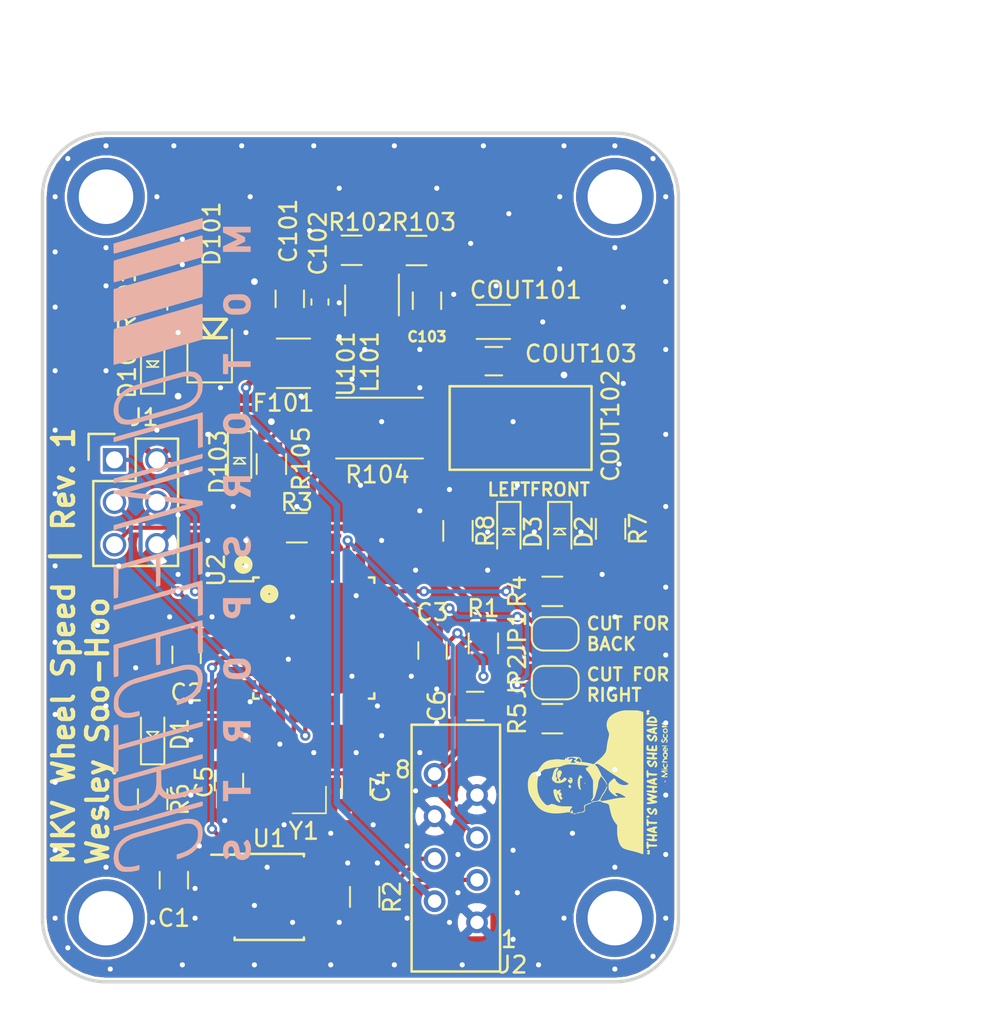
<source format=kicad_pcb>
(kicad_pcb (version 20171130) (host pcbnew 5.1.4)
  (layers (0 F.Cu signal) (31 B.Cu signal) (34 B.Paste user) (35 F.Paste user) (36 B.SilkS user) (37 F.SilkS user) (38 B.Mask user) (39 F.Mask user) (44 Edge.Cuts user))
  (net 0 "")
  (net 1 GND)
  (net 2 /12V)
  (net 3 VCC)
  (net 4 "Net-(C101-Pad1)")
  (net 5 "Net-(C103-Pad2)")
  (net 6 "Net-(C103-Pad1)")
  (net 7 "Net-(COUT101-Pad1)")
  (net 8 "Net-(D102-Pad2)")
  (net 9 "Net-(D103-Pad2)")
  (net 10 "Net-(R102-Pad1)")
  (net 11 /FRONT_SENSE)
  (net 12 /LEFT_SENSE)
  (net 13 "Net-(C3-Pad1)")
  (net 14 "Net-(C4-Pad1)")
  (net 15 "Net-(C5-Pad1)")
  (net 16 /MISO)
  (net 17 /SCK)
  (net 18 /MOSI)
  (net 19 /RESET)
  (net 20 /SENSE_IN)
  (net 21 /CAN_LO)
  (net 22 /CAN_HI)
  (net 23 /CAN_TX)
  (net 24 /CAN_RX)
  (net 25 "Net-(U1-Pad5)")
  (net 26 "Net-(U2-Pad3)")
  (net 27 "Net-(U2-Pad9)")
  (net 28 "Net-(U2-Pad13)")
  (net 29 "Net-(U2-Pad14)")
  (net 30 "Net-(U2-Pad15)")
  (net 31 "Net-(U2-Pad16)")
  (net 32 "Net-(U2-Pad17)")
  (net 33 "Net-(U2-Pad18)")
  (net 34 "Net-(U2-Pad21)")
  (net 35 "Net-(U2-Pad22)")
  (net 36 "Net-(U2-Pad25)")
  (net 37 "Net-(U2-Pad27)")
  (net 38 "Net-(U2-Pad28)")
  (net 39 "Net-(U2-Pad29)")
  (net 40 "Net-(U2-Pad30)")
  (net 41 "Net-(U2-Pad32)")
  (net 42 /DEBUG)
  (net 43 "Net-(D1-Pad1)")
  (net 44 "Net-(D2-Pad1)")
  (net 45 "Net-(D3-Pad1)")
  (module footprints:Logo_Large (layer B.Cu) (at 109.982 100.838 270)
    (fp_text reference G*** hide)
    (fp_text value LOGO hide)
  )
  (module footprints:Mounting_Hole_4-40 (layer F.Cu) (at 135.89 123.19)
    (fp_text reference REF** hide)
    (fp_text value Mounting_Hole_4-40 hide)
    (pad 1 thru_hole circle (at 0 0) (size 4.6482 4.6482) (drill 3.2639) (layers *.Cu *.Mask))
  )
  (module footprints:Mounting_Hole_4-40 (layer F.Cu) (at 105.41 123.19)
    (fp_text reference REF** hide)
    (fp_text value Mounting_Hole_4-40 hide)
    (pad 1 thru_hole circle (at 0 0) (size 4.6482 4.6482) (drill 3.2639) (layers *.Cu *.Mask))
  )
  (module footprints:Mounting_Hole_4-40 (layer F.Cu) (at 135.89 80.01)
    (fp_text reference REF** hide)
    (fp_text value Mounting_Hole_4-40 hide)
    (pad 1 thru_hole circle (at 0 0) (size 4.6482 4.6482) (drill 3.2639) (layers *.Cu *.Mask))
  )
  (module footprints:Fuse_1812 (layer F.Cu) (at 127.4953 93.853)
    (fp_text reference COUT102 (at 8.1407 -0.127 90) (layer F.SilkS))
    (fp_text value C_33uF hide)
    (pad 1 smd rect (at 0 0) (size 1.78 3.5) (layers F.Cu F.Paste F.Mask) (net 7 "Net-(COUT101-Pad1)"))
    (pad 2 smd rect (at 5.28 0) (size 1.78 3.5) (layers F.Cu F.Paste F.Mask) (net 1 GND))
  )
  (module footprints:C_0805_OEM (layer F.Cu) (at 124.6378 86.233 270)
    (fp_text reference C103 (at 2.159 0.0032) (layer F.SilkS) (effects (font (size 0.6 0.6))))
    (fp_text value C_0.1uF hide)
    (pad 2 smd rect (at 1 0 270) (size 1 1.25) (layers F.Cu F.Paste F.Mask) (net 5 "Net-(C103-Pad2)"))
    (pad 1 smd rect (at -1 0 270) (size 1 1.25) (layers F.Cu F.Paste F.Mask) (net 6 "Net-(C103-Pad1)"))
  )
  (module footprints:Fuse_1210 (layer F.Cu) (at 116.6368 89.9795 180)
    (fp_text reference F101 (at 0.5958 -2.3725 180) (layer F.SilkS))
    (fp_text value F_500mA_16V hide)
    (pad 2 smd rect (at 1.45 0 180) (size 0.9 2.5) (layers F.Cu F.Paste F.Mask) (net 2 /12V))
    (pad 1 smd rect (at -1.45 0 180) (size 0.9 2.5) (layers F.Cu F.Paste F.Mask) (net 4 "Net-(C101-Pad1)"))
  )
  (module footprints:L_100uH (layer F.Cu) (at 124.1427 89.91854)
    (fp_text reference L101 (at -2.9267 -0.01654 270) (layer F.SilkS))
    (fp_text value L_100uH hide)
    (pad 1 smd rect (at -1.6 0) (size 1.2 2) (layers F.Cu F.Paste F.Mask) (net 5 "Net-(C103-Pad2)"))
    (pad 2 smd rect (at 1.6 0) (size 1.2 2) (layers F.Cu F.Paste F.Mask) (net 7 "Net-(COUT101-Pad1)"))
  )
  (module footprints:R_0805_OEM (layer F.Cu) (at 124.01042 83.23072 180)
    (fp_text reference R103 (at -0.44958 1.69672) (layer F.SilkS))
    (fp_text value R_100K hide)
    (pad 1 smd rect (at -0.95 0 180) (size 0.7 1.3) (layers F.Cu F.Paste F.Mask) (net 7 "Net-(COUT101-Pad1)"))
    (pad 2 smd rect (at 0.95 0 180) (size 0.7 1.3) (layers F.Cu F.Paste F.Mask) (net 10 "Net-(R102-Pad1)"))
  )
  (module footprints:R_0805_OEM (layer F.Cu) (at 120.12422 83.21548 180)
    (fp_text reference R102 (at -0.52578 1.68148) (layer F.SilkS))
    (fp_text value R_25K hide)
    (pad 2 smd rect (at 0.95 0 180) (size 0.7 1.3) (layers F.Cu F.Paste F.Mask) (net 1 GND))
    (pad 1 smd rect (at -0.95 0 180) (size 0.7 1.3) (layers F.Cu F.Paste F.Mask) (net 10 "Net-(R102-Pad1)"))
  )
  (module footprints:R_0805_OEM (layer F.Cu) (at 115.316 96.012 270)
    (fp_text reference R105 (at -0.32 -1.778 90) (layer F.SilkS))
    (fp_text value R_200 hide)
    (pad 1 smd rect (at -0.95 0 270) (size 0.7 1.3) (layers F.Cu F.Paste F.Mask) (net 3 VCC))
    (pad 2 smd rect (at 0.95 0 270) (size 0.7 1.3) (layers F.Cu F.Paste F.Mask) (net 9 "Net-(D103-Pad2)"))
  )
  (module footprints:R_2512_OEM (layer F.Cu) (at 121.7942 93.85808 180)
    (fp_text reference R104 (at 0.1282 -2.78892 180) (layer F.SilkS))
    (fp_text value R_0_2512 hide)
    (pad 1 smd rect (at -3.1 0 180) (size 1 3.2) (layers F.Cu F.Paste F.Mask) (net 7 "Net-(COUT101-Pad1)"))
    (pad 2 smd rect (at 3.1 0 180) (size 1 3.2) (layers F.Cu F.Paste F.Mask) (net 3 VCC))
  )
  (module footprints:SOT-23-6_OEM (layer F.Cu) (at 121.3436 86.2178 270)
    (fp_text reference U101 (at 3.8092 1.5526 270) (layer F.SilkS))
    (fp_text value TPS560430YF hide)
    (pad 1 smd rect (at -1.1 -0.95 270) (size 1.06 0.65) (layers F.Cu F.Paste F.Mask) (net 6 "Net-(C103-Pad1)"))
    (pad 2 smd rect (at -1.1 0 270) (size 1.06 0.65) (layers F.Cu F.Paste F.Mask) (net 1 GND))
    (pad 3 smd rect (at -1.1 0.95 270) (size 1.06 0.65) (layers F.Cu F.Paste F.Mask) (net 10 "Net-(R102-Pad1)"))
    (pad 4 smd rect (at 1.1 0.95 270) (size 1.06 0.65) (layers F.Cu F.Paste F.Mask) (net 4 "Net-(C101-Pad1)"))
    (pad 6 smd rect (at 1.1 -0.95 270) (size 1.06 0.65) (layers F.Cu F.Paste F.Mask) (net 5 "Net-(C103-Pad2)"))
    (pad 5 smd rect (at 1.1 0 270) (size 1.06 0.65) (layers F.Cu F.Paste F.Mask) (net 4 "Net-(C101-Pad1)"))
  )
  (module footprints:C_1206_OEM (layer F.Cu) (at 128.6143 87.503)
    (fp_text reference COUT101 (at 1.9417 -1.905) (layer F.SilkS))
    (fp_text value C_22uF hide)
    (pad 1 smd rect (at -1.5 0) (size 1 1.6) (layers F.Cu F.Paste F.Mask) (net 7 "Net-(COUT101-Pad1)"))
    (pad 2 smd rect (at 1.5 0) (size 1 1.6) (layers F.Cu F.Paste F.Mask) (net 1 GND))
  )
  (module footprints:C_0805_OEM (layer F.Cu) (at 128.6383 89.8525)
    (fp_text reference COUT103 (at 5.2197 -0.4445) (layer F.SilkS))
    (fp_text value C_47uF hide)
    (pad 1 smd rect (at -1 0) (size 1 1.25) (layers F.Cu F.Paste F.Mask) (net 7 "Net-(COUT101-Pad1)"))
    (pad 2 smd rect (at 1 0) (size 1 1.25) (layers F.Cu F.Paste F.Mask) (net 1 GND))
  )
  (module footprints:DO-214AA (layer F.Cu) (at 111.6203 87.9475 90)
    (fp_text reference D101 (at 5.7205 0.1207 270) (layer F.SilkS))
    (fp_text value D_Zener_18V hide)
    (pad 2 smd rect (at 2.032 0 270) (size 1.778 2.159) (layers F.Cu F.Paste F.Mask) (net 1 GND))
    (pad 1 smd rect (at -2.032 0 270) (size 1.778 2.159) (layers F.Cu F.Paste F.Mask) (net 2 /12V))
  )
  (module footprints:LED_0805_OEM (layer F.Cu) (at 113.411 95.842 270)
    (fp_text reference D103 (at 0.05 1.27 90) (layer F.SilkS))
    (fp_text value LED_0805 hide)
    (pad 2 smd rect (at 1.1 0 90) (size 1.2 1.2) (layers F.Cu F.Paste F.Mask) (net 9 "Net-(D103-Pad2)"))
    (pad 1 smd rect (at -1.1 0 90) (size 1.2 1.2) (layers F.Cu F.Paste F.Mask) (net 1 GND))
  )
  (module footprints:LED_0805_OEM (layer F.Cu) (at 108.204 90 90)
    (fp_text reference D102 (at -0.17 -1.524 90) (layer F.SilkS))
    (fp_text value LED_0805 hide)
    (pad 2 smd rect (at 1.1 0 270) (size 1.2 1.2) (layers F.Cu F.Paste F.Mask) (net 8 "Net-(D102-Pad2)"))
    (pad 1 smd rect (at -1.1 0 270) (size 1.2 1.2) (layers F.Cu F.Paste F.Mask) (net 1 GND))
  )
  (module footprints:R_0805_OEM (layer F.Cu) (at 108.204 86.172 270)
    (fp_text reference R101 (at 0 1.524 90) (layer F.SilkS))
    (fp_text value R_200 hide)
    (pad 1 smd rect (at -0.95 0 270) (size 0.7 1.3) (layers F.Cu F.Paste F.Mask) (net 4 "Net-(C101-Pad1)"))
    (pad 2 smd rect (at 0.95 0 270) (size 0.7 1.3) (layers F.Cu F.Paste F.Mask) (net 8 "Net-(D102-Pad2)"))
  )
  (module footprints:C_0805_OEM (layer F.Cu) (at 116.41836 86.122 90)
    (fp_text reference C101 (at 4.064 -0.08636 90) (layer F.SilkS))
    (fp_text value C_0.1uF hide)
    (pad 2 smd rect (at 1 0 90) (size 1 1.25) (layers F.Cu F.Paste F.Mask) (net 1 GND))
    (pad 1 smd rect (at -1 0 90) (size 1 1.25) (layers F.Cu F.Paste F.Mask) (net 4 "Net-(C101-Pad1)"))
  )
  (module footprints:C_0603_1608Metric (layer F.Cu) (at 118.2243 86.3125 90)
    (fp_text reference C102 (at 3.5085 -0.1143 90) (layer F.SilkS))
    (fp_text value C_2.2uF)
    (pad 1 smd roundrect (at -0.7875 0 90) (size 0.875 0.95) (layers F.Cu F.Paste F.Mask) (net 4 "Net-(C101-Pad1)"))
    (pad 2 smd roundrect (at 0.7875 0 90) (size 0.875 0.95) (layers F.Cu F.Paste F.Mask) (net 1 GND))
  )
  (module footprints:C_0805_OEM (layer F.Cu) (at 109.474 120.92 90)
    (fp_text reference C1 (at -2.27 0 180) (layer F.SilkS))
    (fp_text value C_0.1uF hide)
    (pad 1 smd rect (at -1 0 90) (size 1 1.25) (layers F.Cu F.Paste F.Mask) (net 3 VCC))
    (pad 2 smd rect (at 1 0 90) (size 1 1.25) (layers F.Cu F.Paste F.Mask) (net 1 GND))
  )
  (module footprints:C_0805_OEM (layer F.Cu) (at 110.236 107.426 270)
    (fp_text reference C2 (at 2.27 0) (layer F.SilkS))
    (fp_text value C_0.1uF hide)
    (pad 2 smd rect (at 1 0 270) (size 1 1.25) (layers F.Cu F.Paste F.Mask) (net 1 GND))
    (pad 1 smd rect (at -1 0 270) (size 1 1.25) (layers F.Cu F.Paste F.Mask) (net 3 VCC))
  )
  (module footprints:C_0805_OEM (layer F.Cu) (at 124.968 107.172 90)
    (fp_text reference C3 (at 2.286 0 180) (layer F.SilkS))
    (fp_text value C_100pF hide)
    (pad 1 smd rect (at -1 0 90) (size 1 1.25) (layers F.Cu F.Paste F.Mask) (net 13 "Net-(C3-Pad1)"))
    (pad 2 smd rect (at 1 0 90) (size 1 1.25) (layers F.Cu F.Paste F.Mask) (net 1 GND))
  )
  (module footprints:C_0805_OEM (layer F.Cu) (at 120.396 115.316 270)
    (fp_text reference C4 (at 0 -1.5 270) (layer F.SilkS))
    (fp_text value C_30pF hide)
    (pad 1 smd rect (at -1 0 270) (size 1 1.25) (layers F.Cu F.Paste F.Mask) (net 14 "Net-(C4-Pad1)"))
    (pad 2 smd rect (at 1 0 270) (size 1 1.25) (layers F.Cu F.Paste F.Mask) (net 1 GND))
  )
  (module footprints:C_0805_OEM (layer F.Cu) (at 112.776 115.046 90)
    (fp_text reference C5 (at 0 -1.5 90) (layer F.SilkS))
    (fp_text value C_30pF hide)
    (pad 2 smd rect (at 1 0 90) (size 1 1.25) (layers F.Cu F.Paste F.Mask) (net 1 GND))
    (pad 1 smd rect (at -1 0 90) (size 1 1.25) (layers F.Cu F.Paste F.Mask) (net 15 "Net-(C5-Pad1)"))
  )
  (module footprints:C_0805_OEM (layer F.Cu) (at 127.524 110.49)
    (fp_text reference C6 (at -2.302 0 90) (layer F.SilkS))
    (fp_text value C_0.1uF hide)
    (pad 2 smd rect (at 1 0) (size 1 1.25) (layers F.Cu F.Paste F.Mask) (net 1 GND))
    (pad 1 smd rect (at -1 0) (size 1 1.25) (layers F.Cu F.Paste F.Mask) (net 3 VCC))
  )
  (module footprints:Pin_Header_Straight_2x03 (layer F.Cu) (at 105.918 95.758)
    (fp_text reference J1 (at 1.778 -2.54) (layer F.SilkS))
    (fp_text value CONN_02X03 hide)
    (pad 1 thru_hole rect (at 0 0) (size 1.4 1.4) (drill 1.016) (layers *.Cu *.Mask) (net 16 /MISO))
    (pad 2 thru_hole circle (at 2.54 0) (size 1.4 1.4) (drill 1.016) (layers *.Cu *.Mask) (net 3 VCC))
    (pad 3 thru_hole circle (at 0 2.54) (size 1.4 1.4) (drill 1.016) (layers *.Cu *.Mask) (net 17 /SCK))
    (pad 4 thru_hole circle (at 2.54 2.54) (size 1.4 1.4) (drill 1.016) (layers *.Cu *.Mask) (net 18 /MOSI))
    (pad 5 thru_hole circle (at 0 5.08) (size 1.4 1.4) (drill 1.016) (layers *.Cu *.Mask) (net 19 /RESET))
    (pad 6 thru_hole circle (at 2.54 5.08) (size 1.4 1.4) (drill 1.016) (layers *.Cu *.Mask) (net 1 GND))
  )
  (module footprints:micromatch_female_ra_8 (layer F.Cu) (at 127.635 118.364 180)
    (fp_text reference J2 (at -2.159 -7.62 180) (layer F.SilkS))
    (fp_text value MM_F_RA_08 hide)
    (fp_text user 8 (at 4.445 4.064 180) (layer F.SilkS))
    (fp_text user 1 (at -1.905 -6.096 180) (layer F.SilkS))
    (pad 5 thru_hole circle (at 0 0 180) (size 1.3 1.3) (drill 0.8) (layers *.Cu *.Mask) (net 20 /SENSE_IN))
    (pad 3 thru_hole circle (at 0 -2.54 180) (size 1.3 1.3) (drill 0.8) (layers *.Cu *.Mask) (net 21 /CAN_LO))
    (pad 1 thru_hole circle (at 0 -5.08 180) (size 1.3 1.3) (drill 0.8) (layers *.Cu *.Mask) (net 1 GND))
    (pad 7 thru_hole circle (at 0 2.54 180) (size 1.3 1.3) (drill 0.8) (layers *.Cu *.Mask) (net 1 GND))
    (pad 2 thru_hole circle (at 2.54 -3.81 180) (size 1.3 1.3) (drill 0.8) (layers *.Cu *.Mask) (net 2 /12V))
    (pad 4 thru_hole circle (at 2.54 -1.27 180) (size 1.3 1.3) (drill 0.8) (layers *.Cu *.Mask) (net 22 /CAN_HI))
    (pad 6 thru_hole circle (at 2.54 1.27 180) (size 1.3 1.3) (drill 0.8) (layers *.Cu *.Mask) (net 1 GND))
    (pad 8 thru_hole circle (at 2.54 3.81 180) (size 1.3 1.3) (drill 0.8) (layers *.Cu *.Mask) (net 3 VCC))
  )
  (module Jumper:SolderJumper-2_P1.3mm_Bridged_RoundedPad1.0x1.5mm (layer F.Cu) (at 132.319 106.172)
    (fp_text reference JP1 (at -2.271 0 90) (layer F.SilkS))
    (fp_text value FRONT_BACK)
    (pad 1 smd custom (at -0.65 0) (size 1 0.5) (layers F.Cu F.Mask) (net 11 /FRONT_SENSE) (options (clearance outline) (anchor rect)) (primitives (gr_circle (center 0 0.25) (end 0.5 0.25) (width 0)) (gr_circle (center 0 -0.25) (end 0.5 -0.25) (width 0)) (gr_poly (pts (xy 0 -0.75) (xy 0.5 -0.75) (xy 0.5 0.75) (xy 0 0.75)) (width 0)) (gr_poly (pts (xy 0.9 -0.3) (xy 0.4 -0.3) (xy 0.4 0.3) (xy 0.9 0.3)) (width 0))))
    (pad 2 smd custom (at 0.65 0) (size 1 0.5) (layers F.Cu F.Mask) (net 3 VCC) (options (clearance outline) (anchor rect)) (primitives (gr_circle (center 0 0.25) (end 0.5 0.25) (width 0)) (gr_circle (center 0 -0.25) (end 0.5 -0.25) (width 0)) (gr_poly (pts (xy 0 -0.75) (xy -0.5 -0.75) (xy -0.5 0.75) (xy 0 0.75)) (width 0))))
  )
  (module Jumper:SolderJumper-2_P1.3mm_Bridged_RoundedPad1.0x1.5mm (layer F.Cu) (at 132.319 109.093)
    (fp_text reference JP2 (at -2.271 -0.381 90) (layer F.SilkS))
    (fp_text value LEFT_RIGHT)
    (pad 2 smd custom (at 0.65 0) (size 1 0.5) (layers F.Cu F.Mask) (net 3 VCC) (options (clearance outline) (anchor rect)) (primitives (gr_circle (center 0 0.25) (end 0.5 0.25) (width 0)) (gr_circle (center 0 -0.25) (end 0.5 -0.25) (width 0)) (gr_poly (pts (xy 0 -0.75) (xy -0.5 -0.75) (xy -0.5 0.75) (xy 0 0.75)) (width 0))))
    (pad 1 smd custom (at -0.65 0) (size 1 0.5) (layers F.Cu F.Mask) (net 12 /LEFT_SENSE) (options (clearance outline) (anchor rect)) (primitives (gr_circle (center 0 0.25) (end 0.5 0.25) (width 0)) (gr_circle (center 0 -0.25) (end 0.5 -0.25) (width 0)) (gr_poly (pts (xy 0 -0.75) (xy 0.5 -0.75) (xy 0.5 0.75) (xy 0 0.75)) (width 0)) (gr_poly (pts (xy 0.9 -0.3) (xy 0.4 -0.3) (xy 0.4 0.3) (xy 0.9 0.3)) (width 0))))
  )
  (module footprints:R_0805_OEM (layer F.Cu) (at 128.016 106.746 270)
    (fp_text reference R1 (at -2.098 0) (layer F.SilkS))
    (fp_text value R_100 hide)
    (pad 2 smd rect (at 0.95 0 270) (size 0.7 1.3) (layers F.Cu F.Paste F.Mask) (net 13 "Net-(C3-Pad1)"))
    (pad 1 smd rect (at -0.95 0 270) (size 0.7 1.3) (layers F.Cu F.Paste F.Mask) (net 3 VCC))
  )
  (module footprints:R_0805_OEM (layer F.Cu) (at 120.904 121.92 270)
    (fp_text reference R2 (at 0 -1.65 270) (layer F.SilkS))
    (fp_text value R_200 hide)
    (pad 2 smd rect (at 0.95 0 270) (size 0.7 1.3) (layers F.Cu F.Paste F.Mask) (net 21 /CAN_LO))
    (pad 1 smd rect (at -0.95 0 270) (size 0.7 1.3) (layers F.Cu F.Paste F.Mask) (net 22 /CAN_HI))
  )
  (module footprints:R_0805_OEM (layer F.Cu) (at 116.84 99.822 180)
    (fp_text reference R3 (at 0 1.524 180) (layer F.SilkS))
    (fp_text value R_10K hide)
    (pad 1 smd rect (at -0.95 0 180) (size 0.7 1.3) (layers F.Cu F.Paste F.Mask) (net 3 VCC))
    (pad 2 smd rect (at 0.95 0 180) (size 0.7 1.3) (layers F.Cu F.Paste F.Mask) (net 19 /RESET))
  )
  (module footprints:R_0805_OEM (layer F.Cu) (at 132.146 103.632)
    (fp_text reference R4 (at -2.098 0 90) (layer F.SilkS))
    (fp_text value R_10K hide)
    (pad 1 smd rect (at -0.95 0) (size 0.7 1.3) (layers F.Cu F.Paste F.Mask) (net 11 /FRONT_SENSE))
    (pad 2 smd rect (at 0.95 0) (size 0.7 1.3) (layers F.Cu F.Paste F.Mask) (net 1 GND))
  )
  (module footprints:R_0805_OEM (layer F.Cu) (at 132.146 111.252)
    (fp_text reference R5 (at -2.098 0 90) (layer F.SilkS))
    (fp_text value R_10K hide)
    (pad 1 smd rect (at -0.95 0) (size 0.7 1.3) (layers F.Cu F.Paste F.Mask) (net 12 /LEFT_SENSE))
    (pad 2 smd rect (at 0.95 0) (size 0.7 1.3) (layers F.Cu F.Paste F.Mask) (net 1 GND))
  )
  (module footprints:SOIC-8_3.9x4.9mm_Pitch1.27mm_OEM (layer F.Cu) (at 115.189 121.92)
    (fp_text reference U1 (at 0 -3.5) (layer F.SilkS))
    (fp_text value MCP2561-E_SN hide)
    (pad 1 smd rect (at -2.7 -1.905) (size 1.55 0.6) (layers F.Cu F.Paste F.Mask) (net 23 /CAN_TX))
    (pad 2 smd rect (at -2.7 -0.635) (size 1.55 0.6) (layers F.Cu F.Paste F.Mask) (net 1 GND))
    (pad 3 smd rect (at -2.7 0.635) (size 1.55 0.6) (layers F.Cu F.Paste F.Mask) (net 3 VCC))
    (pad 4 smd rect (at -2.7 1.905) (size 1.55 0.6) (layers F.Cu F.Paste F.Mask) (net 24 /CAN_RX))
    (pad 5 smd rect (at 2.7 1.905) (size 1.55 0.6) (layers F.Cu F.Paste F.Mask) (net 25 "Net-(U1-Pad5)"))
    (pad 6 smd rect (at 2.7 0.635) (size 1.55 0.6) (layers F.Cu F.Paste F.Mask) (net 21 /CAN_LO))
    (pad 7 smd rect (at 2.7 -0.635) (size 1.55 0.6) (layers F.Cu F.Paste F.Mask) (net 22 /CAN_HI))
    (pad 8 smd rect (at 2.7 -1.905) (size 1.55 0.6) (layers F.Cu F.Paste F.Mask) (net 1 GND))
  )
  (module footprints:TQFP-32_7x7mm_Pitch0.8mm (layer F.Cu) (at 117.856 106.426)
    (fp_text reference U2 (at -5.842 -4.064 90) (layer F.SilkS))
    (fp_text value ATMEGA16M1 hide)
    (pad 1 smd rect (at -4.25 -2.8) (size 1.6 0.55) (layers F.Cu F.Paste F.Mask) (net 16 /MISO))
    (pad 2 smd rect (at -4.25 -2) (size 1.6 0.55) (layers F.Cu F.Paste F.Mask) (net 18 /MOSI))
    (pad 3 smd rect (at -4.25 -1.2) (size 1.6 0.55) (layers F.Cu F.Paste F.Mask) (net 26 "Net-(U2-Pad3)"))
    (pad 4 smd rect (at -4.25 -0.4) (size 1.6 0.55) (layers F.Cu F.Paste F.Mask) (net 3 VCC))
    (pad 5 smd rect (at -4.25 0.4) (size 1.6 0.55) (layers F.Cu F.Paste F.Mask) (net 1 GND))
    (pad 6 smd rect (at -4.25 1.2) (size 1.6 0.55) (layers F.Cu F.Paste F.Mask) (net 23 /CAN_TX))
    (pad 7 smd rect (at -4.25 2) (size 1.6 0.55) (layers F.Cu F.Paste F.Mask) (net 24 /CAN_RX))
    (pad 8 smd rect (at -4.25 2.8) (size 1.6 0.55) (layers F.Cu F.Paste F.Mask) (net 42 /DEBUG))
    (pad 9 smd rect (at -2.8 4.25 90) (size 1.6 0.55) (layers F.Cu F.Paste F.Mask) (net 27 "Net-(U2-Pad9)"))
    (pad 10 smd rect (at -2 4.25 90) (size 1.6 0.55) (layers F.Cu F.Paste F.Mask) (net 15 "Net-(C5-Pad1)"))
    (pad 11 smd rect (at -1.2 4.25 90) (size 1.6 0.55) (layers F.Cu F.Paste F.Mask) (net 14 "Net-(C4-Pad1)"))
    (pad 12 smd rect (at -0.4 4.25 90) (size 1.6 0.55) (layers F.Cu F.Paste F.Mask) (net 17 /SCK))
    (pad 13 smd rect (at 0.4 4.25 90) (size 1.6 0.55) (layers F.Cu F.Paste F.Mask) (net 28 "Net-(U2-Pad13)"))
    (pad 14 smd rect (at 1.2 4.25 90) (size 1.6 0.55) (layers F.Cu F.Paste F.Mask) (net 29 "Net-(U2-Pad14)"))
    (pad 15 smd rect (at 2 4.25 90) (size 1.6 0.55) (layers F.Cu F.Paste F.Mask) (net 30 "Net-(U2-Pad15)"))
    (pad 16 smd rect (at 2.8 4.25 90) (size 1.6 0.55) (layers F.Cu F.Paste F.Mask) (net 31 "Net-(U2-Pad16)"))
    (pad 17 smd rect (at 4.25 2.8) (size 1.6 0.55) (layers F.Cu F.Paste F.Mask) (net 32 "Net-(U2-Pad17)"))
    (pad 18 smd rect (at 4.25 2) (size 1.6 0.55) (layers F.Cu F.Paste F.Mask) (net 33 "Net-(U2-Pad18)"))
    (pad 19 smd rect (at 4.25 1.2) (size 1.6 0.55) (layers F.Cu F.Paste F.Mask) (net 13 "Net-(C3-Pad1)"))
    (pad 20 smd rect (at 4.25 0.4) (size 1.6 0.55) (layers F.Cu F.Paste F.Mask) (net 1 GND))
    (pad 21 smd rect (at 4.25 -0.4) (size 1.6 0.55) (layers F.Cu F.Paste F.Mask) (net 34 "Net-(U2-Pad21)"))
    (pad 22 smd rect (at 4.25 -1.2) (size 1.6 0.55) (layers F.Cu F.Paste F.Mask) (net 35 "Net-(U2-Pad22)"))
    (pad 23 smd rect (at 4.25 -2) (size 1.6 0.55) (layers F.Cu F.Paste F.Mask) (net 11 /FRONT_SENSE))
    (pad 24 smd rect (at 4.25 -2.8) (size 1.6 0.55) (layers F.Cu F.Paste F.Mask) (net 12 /LEFT_SENSE))
    (pad 25 smd rect (at 2.8 -4.25 90) (size 1.6 0.55) (layers F.Cu F.Paste F.Mask) (net 36 "Net-(U2-Pad25)"))
    (pad 26 smd rect (at 2 -4.25 90) (size 1.6 0.55) (layers F.Cu F.Paste F.Mask) (net 20 /SENSE_IN))
    (pad 27 smd rect (at 1.2 -4.25 90) (size 1.6 0.55) (layers F.Cu F.Paste F.Mask) (net 37 "Net-(U2-Pad27)"))
    (pad 28 smd rect (at 0.4 -4.25 90) (size 1.6 0.55) (layers F.Cu F.Paste F.Mask) (net 38 "Net-(U2-Pad28)"))
    (pad 29 smd rect (at -0.4 -4.25 90) (size 1.6 0.55) (layers F.Cu F.Paste F.Mask) (net 39 "Net-(U2-Pad29)"))
    (pad 30 smd rect (at -1.2 -4.25 90) (size 1.6 0.55) (layers F.Cu F.Paste F.Mask) (net 40 "Net-(U2-Pad30)"))
    (pad 31 smd rect (at -2 -4.25 90) (size 1.6 0.55) (layers F.Cu F.Paste F.Mask) (net 19 /RESET))
    (pad 32 smd rect (at -2.8 -4.25 90) (size 1.6 0.55) (layers F.Cu F.Paste F.Mask) (net 41 "Net-(U2-Pad32)"))
  )
  (module footprints:Crystal_SMD_FA238 (layer F.Cu) (at 116.586 115.316 180)
    (fp_text reference Y1 (at -0.67564 -2.66192 180) (layer F.SilkS))
    (fp_text value Crystal_SMD hide)
    (pad 1 smd rect (at -1.1 0.8 180) (size 1.4 1.2) (layers F.Cu F.Mask) (net 14 "Net-(C4-Pad1)"))
    (pad 2 smd rect (at 1.1 0.8 180) (size 1.4 1.2) (layers F.Cu F.Mask) (net 1 GND))
    (pad 3 smd rect (at 1.1 -0.8 180) (size 1.4 1.2) (layers F.Cu F.Mask) (net 15 "Net-(C5-Pad1)"))
    (pad 4 smd rect (at -1.1 -0.8 180) (size 1.4 1.2) (layers F.Cu F.Mask) (net 1 GND))
  )
  (module footprints:Mounting_Hole_4-40 (layer F.Cu) (at 105.41 80.01)
    (fp_text reference REF** hide)
    (fp_text value Mounting_Hole_4-40 hide)
    (pad 1 thru_hole circle (at 0 0) (size 4.6482 4.6482) (drill 3.2639) (layers *.Cu *.Mask))
  )
  (module img:michael_scott (layer F.Cu) (at 134.874 115.062 90)
    (fp_text reference G*** hide)
    (fp_text value LOGO hide)
  )
  (module footprints:LED_0805_OEM (layer F.Cu) (at 108.204 112.184 90)
    (fp_text reference D1 (at 0 1.637001 90) (layer F.SilkS))
    (fp_text value LED_0805 hide)
    (pad 2 smd rect (at 1.1 0 270) (size 1.2 1.2) (layers F.Cu F.Paste F.Mask) (net 42 /DEBUG))
    (pad 1 smd rect (at -1.1 0 270) (size 1.2 1.2) (layers F.Cu F.Paste F.Mask) (net 43 "Net-(D1-Pad1)"))
  )
  (module footprints:R_0805_OEM (layer F.Cu) (at 108.204 116.078 270)
    (fp_text reference R6 (at 0 -1.65 90) (layer F.SilkS))
    (fp_text value R_120 hide)
    (pad 1 smd rect (at -0.95 0 270) (size 0.7 1.3) (layers F.Cu F.Paste F.Mask) (net 43 "Net-(D1-Pad1)"))
    (pad 2 smd rect (at 0.95 0 270) (size 0.7 1.3) (layers F.Cu F.Paste F.Mask) (net 1 GND))
  )
  (module footprints:LED_0805_OEM (layer F.Cu) (at 132.588 100.076 270)
    (fp_text reference D2 (at 0 -1.45 90) (layer F.SilkS))
    (fp_text value LED_0805 hide)
    (pad 2 smd rect (at 1.1 0 90) (size 1.2 1.2) (layers F.Cu F.Paste F.Mask) (net 11 /FRONT_SENSE))
    (pad 1 smd rect (at -1.1 0 90) (size 1.2 1.2) (layers F.Cu F.Paste F.Mask) (net 44 "Net-(D2-Pad1)"))
  )
  (module footprints:LED_0805_OEM (layer F.Cu) (at 129.54 100.076 270)
    (fp_text reference D3 (at 0 -1.45 90) (layer F.SilkS))
    (fp_text value LED_0805 hide)
    (pad 1 smd rect (at -1.1 0 90) (size 1.2 1.2) (layers F.Cu F.Paste F.Mask) (net 45 "Net-(D3-Pad1)"))
    (pad 2 smd rect (at 1.1 0 90) (size 1.2 1.2) (layers F.Cu F.Paste F.Mask) (net 12 /LEFT_SENSE))
  )
  (module footprints:R_0805_OEM (layer F.Cu) (at 135.636 99.888 270)
    (fp_text reference R7 (at 0 -1.65 90) (layer F.SilkS))
    (fp_text value R_120 hide)
    (pad 2 smd rect (at 0.95 0 270) (size 0.7 1.3) (layers F.Cu F.Paste F.Mask) (net 1 GND))
    (pad 1 smd rect (at -0.95 0 270) (size 0.7 1.3) (layers F.Cu F.Paste F.Mask) (net 44 "Net-(D2-Pad1)"))
  )
  (module footprints:R_0805_OEM (layer F.Cu) (at 126.492 100.01 270)
    (fp_text reference R8 (at 0 -1.65 90) (layer F.SilkS))
    (fp_text value R_120 hide)
    (pad 1 smd rect (at -0.95 0 270) (size 0.7 1.3) (layers F.Cu F.Paste F.Mask) (net 45 "Net-(D3-Pad1)"))
    (pad 2 smd rect (at 0.95 0 270) (size 0.7 1.3) (layers F.Cu F.Paste F.Mask) (net 1 GND))
  )
  (gr_arc (start 105.41 123.19) (end 101.6 123.19) (angle -90) (layer Edge.Cuts) (width 0.2))
  (gr_arc (start 135.89 123.19) (end 135.89 127) (angle -90) (layer Edge.Cuts) (width 0.2))
  (gr_arc (start 135.89 80.01) (end 139.7 80.01) (angle -90) (layer Edge.Cuts) (width 0.2))
  (gr_arc (start 105.41 80.01) (end 105.41 76.2) (angle -90) (layer Edge.Cuts) (width 0.2))
  (gr_text LEFT (at 129.54 97.536) (layer F.SilkS) (effects (font (size 0.762 0.762) (thickness 0.1524))))
  (gr_text FRONT (at 132.588 97.536) (layer F.SilkS) (effects (font (size 0.762 0.762) (thickness 0.1524))))
  (gr_text "CUT FOR \nRIGHT" (at 134.112 109.22) (layer F.SilkS) (effects (font (size 0.762 0.762) (thickness 0.1524)) (justify left)))
  (gr_text "CUT FOR \nBACK" (at 134.112 106.172) (layer F.SilkS) (effects (font (size 0.762 0.762) (thickness 0.1524)) (justify left)))
  (gr_text "MKV Wheel Speed | Rev. 1\nWesley Soo-Hoo" (at 103.886 120.142 90) (layer F.SilkS) (effects (font (size 1.27 1.27) (thickness 0.254)) (justify left)))
  (gr_line (start 101.6 80.01) (end 101.6 123.19) (layer Edge.Cuts) (width 0.2))
  (gr_line (start 105.41 127) (end 135.89 127) (layer Edge.Cuts) (width 0.2))
  (gr_line (start 139.7 80.01) (end 139.7 123.19) (layer Edge.Cuts) (width 0.2))
  (gr_line (start 105.41 76.2) (end 135.89 76.2) (layer Edge.Cuts) (width 0.2))
  (via (at 132.842 90.678) (size 0.8) (drill 0.4) (layers F.Cu B.Cu) (net 1))
  (via (at 109.728 91.948) (size 0.8) (drill 0.4) (layers F.Cu B.Cu) (net 1))
  (via (at 114.3 85.09) (size 0.8) (drill 0.4) (layers F.Cu B.Cu) (net 1))
  (segment (start 110.86592 85.16112) (end 111.6203 85.9155) (width 0.381) (layer F.Cu) (net 1))
  (via (at 115.316 93.472) (size 0.8) (drill 0.4) (layers F.Cu B.Cu) (net 1))
  (segment (start 111.4298 85.9155) (end 111.6203 85.9155) (width 0.1524) (layer F.Cu) (net 1))
  (segment (start 117.92112 85.61568) (end 118.2243 85.3125) (width 0.254) (layer F.Cu) (net 1))
  (segment (start 116.41836 85.61568) (end 117.92112 85.61568) (width 0.254) (layer F.Cu) (net 1))
  (segment (start 118.3493 85.3125) (end 118.2243 85.3125) (width 0.254) (layer F.Cu) (net 1))
  (segment (start 119.17422 84.48758) (end 118.3493 85.3125) (width 0.254) (layer F.Cu) (net 1))
  (segment (start 119.17422 83.21548) (end 119.17422 84.48758) (width 0.254) (layer F.Cu) (net 1))
  (segment (start 130.1143 89.3765) (end 129.6383 89.8525) (width 0.254) (layer F.Cu) (net 1))
  (segment (start 130.1143 87.503) (end 130.1143 89.3765) (width 0.254) (layer F.Cu) (net 1))
  (segment (start 132.7753 93.1145) (end 132.7753 93.853) (width 0.254) (layer F.Cu) (net 1))
  (segment (start 129.6383 89.9775) (end 132.7753 93.1145) (width 0.254) (layer F.Cu) (net 1))
  (segment (start 129.6383 89.8525) (end 129.6383 89.9775) (width 0.254) (layer F.Cu) (net 1))
  (segment (start 121.3436 85.9018) (end 121.3436 85.1178) (width 0.254) (layer F.Cu) (net 1))
  (segment (start 121.318199 85.927201) (end 121.3436 85.9018) (width 0.254) (layer F.Cu) (net 1))
  (segment (start 119.718001 85.927201) (end 121.318199 85.927201) (width 0.254) (layer F.Cu) (net 1))
  (segment (start 119.1033 85.3125) (end 119.718001 85.927201) (width 0.254) (layer F.Cu) (net 1))
  (segment (start 118.2243 85.3125) (end 119.1033 85.3125) (width 0.254) (layer F.Cu) (net 1))
  (segment (start 113.411 93.888) (end 113.411 94.742) (width 0.254) (layer F.Cu) (net 1))
  (segment (start 113.827 93.472) (end 113.411 93.888) (width 0.254) (layer F.Cu) (net 1))
  (segment (start 115.316 93.472) (end 113.827 93.472) (width 0.254) (layer F.Cu) (net 1))
  (segment (start 113.4745 85.9155) (end 114.3 85.09) (width 0.254) (layer F.Cu) (net 1))
  (segment (start 111.6203 85.9155) (end 113.4745 85.9155) (width 0.254) (layer F.Cu) (net 1))
  (segment (start 108.88 91.1) (end 109.728 91.948) (width 0.254) (layer F.Cu) (net 1))
  (segment (start 108.204 91.1) (end 108.88 91.1) (width 0.254) (layer F.Cu) (net 1))
  (segment (start 132.842 93.7863) (end 132.7753 93.853) (width 0.254) (layer F.Cu) (net 1))
  (segment (start 132.842 90.678) (end 132.842 93.7863) (width 0.254) (layer F.Cu) (net 1))
  (segment (start 116.38636 85.09) (end 116.41836 85.122) (width 0.381) (layer F.Cu) (net 1))
  (segment (start 114.3 85.09) (end 116.38636 85.09) (width 0.381) (layer F.Cu) (net 1))
  (via (at 131.572 87.503) (size 0.6096) (drill 0.3048) (layers F.Cu B.Cu) (net 1))
  (segment (start 130.1143 87.503) (end 131.572 87.503) (width 0.381) (layer F.Cu) (net 1))
  (segment (start 112.014 121.285) (end 112.489 121.285) (width 0.254) (layer F.Cu) (net 1))
  (segment (start 110.649 119.92) (end 112.014 121.285) (width 0.254) (layer F.Cu) (net 1))
  (segment (start 109.474 119.92) (end 110.649 119.92) (width 0.254) (layer F.Cu) (net 1))
  (segment (start 124.314 106.826) (end 124.968 106.172) (width 0.254) (layer F.Cu) (net 1))
  (segment (start 122.106 106.826) (end 124.314 106.826) (width 0.254) (layer F.Cu) (net 1))
  (segment (start 128.524 114.935) (end 127.635 115.824) (width 0.254) (layer F.Cu) (net 1))
  (segment (start 128.524 110.49) (end 128.524 114.935) (width 0.254) (layer F.Cu) (net 1))
  (via (at 109.728 99.06) (size 0.6096) (drill 0.3048) (layers F.Cu B.Cu) (net 1))
  (via (at 110.236 96.52) (size 0.6096) (drill 0.3048) (layers F.Cu B.Cu) (net 1))
  (via (at 115.824 112.776) (size 0.6096) (drill 0.3048) (layers F.Cu B.Cu) (net 1))
  (via (at 113.792 102.108) (size 0.6096) (drill 0.3048) (layers F.Cu B.Cu) (net 1))
  (via (at 113.792 100.584) (size 0.6096) (drill 0.3048) (layers F.Cu B.Cu) (net 1))
  (via (at 106.172 102.108) (size 0.6096) (drill 0.3048) (layers F.Cu B.Cu) (net 1))
  (via (at 109.22 105.156) (size 0.6096) (drill 0.3048) (layers F.Cu B.Cu) (net 1))
  (via (at 111.76 105.156) (size 0.6096) (drill 0.3048) (layers F.Cu B.Cu) (net 1))
  (via (at 109.728 102.616) (size 0.6096) (drill 0.3048) (layers F.Cu B.Cu) (net 1))
  (via (at 111.506 100.584) (size 0.6096) (drill 0.3048) (layers F.Cu B.Cu) (net 1))
  (via (at 111.506 102.616) (size 0.6096) (drill 0.3048) (layers F.Cu B.Cu) (net 1))
  (via (at 114.046 110.236) (size 0.6096) (drill 0.3048) (layers F.Cu B.Cu) (net 1))
  (via (at 113.792 112.268) (size 0.6096) (drill 0.3048) (layers F.Cu B.Cu) (net 1))
  (via (at 110.998 118.872) (size 0.6096) (drill 0.3048) (layers F.Cu B.Cu) (net 1))
  (via (at 110.744 121.412) (size 0.6096) (drill 0.3048) (layers F.Cu B.Cu) (net 1))
  (via (at 110.744 123.19) (size 0.6096) (drill 0.3048) (layers F.Cu B.Cu) (net 1))
  (via (at 112.522 117.348) (size 0.6096) (drill 0.3048) (layers F.Cu B.Cu) (net 1))
  (via (at 116.586 123.444) (size 0.6096) (drill 0.3048) (layers F.Cu B.Cu) (net 1))
  (via (at 114.3 122.428) (size 0.6096) (drill 0.3048) (layers F.Cu B.Cu) (net 1))
  (via (at 115.062 120.142) (size 0.6096) (drill 0.3048) (layers F.Cu B.Cu) (net 1))
  (via (at 116.078 117.602) (size 0.6096) (drill 0.3048) (layers F.Cu B.Cu) (net 1))
  (via (at 118.872 118.11) (size 0.6096) (drill 0.3048) (layers F.Cu B.Cu) (net 1))
  (via (at 119.888 119.888) (size 0.6096) (drill 0.3048) (layers F.Cu B.Cu) (net 1))
  (via (at 121.666 119.888) (size 0.6096) (drill 0.3048) (layers F.Cu B.Cu) (net 1))
  (via (at 123.444 118.872) (size 0.6096) (drill 0.3048) (layers F.Cu B.Cu) (net 1))
  (via (at 121.412 117.602) (size 0.6096) (drill 0.3048) (layers F.Cu B.Cu) (net 1))
  (via (at 123.952 115.57) (size 0.6096) (drill 0.3048) (layers F.Cu B.Cu) (net 1))
  (via (at 121.666 115.062) (size 0.6096) (drill 0.3048) (layers F.Cu B.Cu) (net 1))
  (via (at 117.856 113.284) (size 0.6096) (drill 0.3048) (layers F.Cu B.Cu) (net 1))
  (via (at 120.396 113.284) (size 0.6096) (drill 0.3048) (layers F.Cu B.Cu) (net 1))
  (via (at 121.92 112.268) (size 0.6096) (drill 0.3048) (layers F.Cu B.Cu) (net 1))
  (via (at 121.666 110.49) (size 0.6096) (drill 0.3048) (layers F.Cu B.Cu) (net 1))
  (via (at 123.698 108.712) (size 0.6096) (drill 0.3048) (layers F.Cu B.Cu) (net 1))
  (via (at 125.222 109.474) (size 0.6096) (drill 0.3048) (layers F.Cu B.Cu) (net 1))
  (via (at 125.222 111.506) (size 0.6096) (drill 0.3048) (layers F.Cu B.Cu) (net 1))
  (via (at 124.206 113.284) (size 0.6096) (drill 0.3048) (layers F.Cu B.Cu) (net 1))
  (via (at 126.492 119.38) (size 0.6096) (drill 0.3048) (layers F.Cu B.Cu) (net 1))
  (via (at 120.142 108.712) (size 0.6096) (drill 0.3048) (layers F.Cu B.Cu) (net 1))
  (via (at 120.396 103.886) (size 0.6096) (drill 0.3048) (layers F.Cu B.Cu) (net 1))
  (via (at 116.586 105.156) (size 0.6096) (drill 0.3048) (layers F.Cu B.Cu) (net 1))
  (via (at 116.332 107.696) (size 0.6096) (drill 0.3048) (layers F.Cu B.Cu) (net 1))
  (via (at 116.84 98.552) (size 0.6096) (drill 0.3048) (layers F.Cu B.Cu) (net 1))
  (via (at 113.03 98.552) (size 0.6096) (drill 0.3048) (layers F.Cu B.Cu) (net 1))
  (via (at 117.348 94.996) (size 0.6096) (drill 0.3048) (layers F.Cu B.Cu) (net 1))
  (via (at 111.506 94.234) (size 0.6096) (drill 0.3048) (layers F.Cu B.Cu) (net 1))
  (via (at 108.458 93.98) (size 0.6096) (drill 0.3048) (layers F.Cu B.Cu) (net 1))
  (via (at 105.41 90.424) (size 0.6096) (drill 0.3048) (layers F.Cu B.Cu) (net 1))
  (via (at 105.41 85.344) (size 0.6096) (drill 0.3048) (layers F.Cu B.Cu) (net 1))
  (via (at 109.982 82.55) (size 0.6096) (drill 0.3048) (layers F.Cu B.Cu) (net 1))
  (via (at 117.602 82.042) (size 0.6096) (drill 0.3048) (layers F.Cu B.Cu) (net 1))
  (via (at 109.728 88.138) (size 0.6096) (drill 0.3048) (layers F.Cu B.Cu) (net 1))
  (via (at 113.792 88.138) (size 0.6096) (drill 0.3048) (layers F.Cu B.Cu) (net 1))
  (via (at 120.142 90.932) (size 0.6096) (drill 0.3048) (layers F.Cu B.Cu) (net 1))
  (via (at 117.094 91.948) (size 0.6096) (drill 0.3048) (layers F.Cu B.Cu) (net 1))
  (via (at 112.268 91.44) (size 0.6096) (drill 0.3048) (layers F.Cu B.Cu) (net 1))
  (via (at 119.38 88.392) (size 0.6096) (drill 0.3048) (layers F.Cu B.Cu) (net 1))
  (via (at 119.38 86.36) (size 0.6096) (drill 0.3048) (layers F.Cu B.Cu) (net 1))
  (via (at 120.904 89.154) (size 0.6096) (drill 0.3048) (layers F.Cu B.Cu) (net 1))
  (via (at 124.206 91.44) (size 0.6096) (drill 0.3048) (layers F.Cu B.Cu) (net 1))
  (via (at 124.206 89.154) (size 0.6096) (drill 0.3048) (layers F.Cu B.Cu) (net 1))
  (via (at 126.238 85.852) (size 0.6096) (drill 0.3048) (layers F.Cu B.Cu) (net 1))
  (via (at 109.982 84.074) (size 0.6096) (drill 0.3048) (layers F.Cu B.Cu) (net 1))
  (via (at 121.92 81.788) (size 0.6096) (drill 0.3048) (layers F.Cu B.Cu) (net 1))
  (via (at 127.254 82.804) (size 0.6096) (drill 0.3048) (layers F.Cu B.Cu) (net 1))
  (via (at 128.778 85.344) (size 0.6096) (drill 0.3048) (layers F.Cu B.Cu) (net 1))
  (via (at 135.89 83.058) (size 0.6096) (drill 0.3048) (layers F.Cu B.Cu) (net 1))
  (via (at 138.938 80.01) (size 0.6096) (drill 0.3048) (layers F.Cu B.Cu) (net 1))
  (via (at 135.89 76.962) (size 0.6096) (drill 0.3048) (layers F.Cu B.Cu) (net 1))
  (via (at 132.588 80.01) (size 0.6096) (drill 0.3048) (layers F.Cu B.Cu) (net 1))
  (via (at 138.176 77.724) (size 0.6096) (drill 0.3048) (layers F.Cu B.Cu) (net 1))
  (via (at 103.124 77.724) (size 0.6096) (drill 0.3048) (layers F.Cu B.Cu) (net 1))
  (via (at 102.362 80.01) (size 0.6096) (drill 0.3048) (layers F.Cu B.Cu) (net 1))
  (via (at 105.41 83.058) (size 0.6096) (drill 0.3048) (layers F.Cu B.Cu) (net 1))
  (via (at 105.41 76.962) (size 0.6096) (drill 0.3048) (layers F.Cu B.Cu) (net 1))
  (via (at 108.458 80.01) (size 0.6096) (drill 0.3048) (layers F.Cu B.Cu) (net 1))
  (via (at 138.176 125.476) (size 0.6096) (drill 0.3048) (layers F.Cu B.Cu) (net 1))
  (via (at 138.938 123.19) (size 0.6096) (drill 0.3048) (layers F.Cu B.Cu) (net 1))
  (via (at 135.89 126.238) (size 0.6096) (drill 0.3048) (layers F.Cu B.Cu) (net 1))
  (via (at 132.842 123.19) (size 0.6096) (drill 0.3048) (layers F.Cu B.Cu) (net 1))
  (via (at 135.89 120.142) (size 0.6096) (drill 0.3048) (layers F.Cu B.Cu) (net 1))
  (via (at 102.362 123.19) (size 0.6096) (drill 0.3048) (layers F.Cu B.Cu) (net 1))
  (via (at 105.664 126.238) (size 0.6096) (drill 0.3048) (layers F.Cu B.Cu) (net 1))
  (via (at 103.124 124.968) (size 0.6096) (drill 0.3048) (layers F.Cu B.Cu) (net 1))
  (via (at 108.204 123.444) (size 0.6096) (drill 0.3048) (layers F.Cu B.Cu) (net 1))
  (via (at 105.41 120.142) (size 0.6096) (drill 0.3048) (layers F.Cu B.Cu) (net 1))
  (via (at 119.38 123.444) (size 0.6096) (drill 0.3048) (layers F.Cu B.Cu) (net 1))
  (via (at 123.444 123.19) (size 0.6096) (drill 0.3048) (layers F.Cu B.Cu) (net 1))
  (via (at 126.492 121.666) (size 0.6096) (drill 0.3048) (layers F.Cu B.Cu) (net 1))
  (via (at 125.984 123.444) (size 0.6096) (drill 0.3048) (layers F.Cu B.Cu) (net 1))
  (via (at 129.794 119.126) (size 0.6096) (drill 0.3048) (layers F.Cu B.Cu) (net 1))
  (via (at 130.048 121.666) (size 0.6096) (drill 0.3048) (layers F.Cu B.Cu) (net 1))
  (via (at 129.794 124.46) (size 0.6096) (drill 0.3048) (layers F.Cu B.Cu) (net 1))
  (via (at 131.318 125.984) (size 0.6096) (drill 0.3048) (layers F.Cu B.Cu) (net 1))
  (via (at 126.746 125.984) (size 0.6096) (drill 0.3048) (layers F.Cu B.Cu) (net 1))
  (via (at 122.682 125.984) (size 0.6096) (drill 0.3048) (layers F.Cu B.Cu) (net 1))
  (via (at 118.872 125.984) (size 0.6096) (drill 0.3048) (layers F.Cu B.Cu) (net 1))
  (via (at 114.3 125.984) (size 0.6096) (drill 0.3048) (layers F.Cu B.Cu) (net 1))
  (via (at 109.982 125.984) (size 0.6096) (drill 0.3048) (layers F.Cu B.Cu) (net 1))
  (via (at 138.938 119.38) (size 0.6096) (drill 0.3048) (layers F.Cu B.Cu) (net 1))
  (via (at 138.938 107.442) (size 0.6096) (drill 0.3048) (layers F.Cu B.Cu) (net 1))
  (via (at 138.938 103.378) (size 0.6096) (drill 0.3048) (layers F.Cu B.Cu) (net 1))
  (via (at 138.938 98.552) (size 0.6096) (drill 0.3048) (layers F.Cu B.Cu) (net 1))
  (via (at 138.938 94.234) (size 0.6096) (drill 0.3048) (layers F.Cu B.Cu) (net 1))
  (via (at 138.938 89.154) (size 0.6096) (drill 0.3048) (layers F.Cu B.Cu) (net 1))
  (via (at 138.938 85.09) (size 0.6096) (drill 0.3048) (layers F.Cu B.Cu) (net 1))
  (via (at 132.842 76.962) (size 0.6096) (drill 0.3048) (layers F.Cu B.Cu) (net 1))
  (via (at 128.016 76.962) (size 0.6096) (drill 0.3048) (layers F.Cu B.Cu) (net 1))
  (via (at 122.682 76.962) (size 0.6096) (drill 0.3048) (layers F.Cu B.Cu) (net 1))
  (via (at 117.856 76.962) (size 0.6096) (drill 0.3048) (layers F.Cu B.Cu) (net 1))
  (via (at 113.538 76.962) (size 0.6096) (drill 0.3048) (layers F.Cu B.Cu) (net 1))
  (via (at 109.474 76.962) (size 0.6096) (drill 0.3048) (layers F.Cu B.Cu) (net 1))
  (via (at 102.362 83.312) (size 0.6096) (drill 0.3048) (layers F.Cu B.Cu) (net 1))
  (via (at 102.362 86.614) (size 0.6096) (drill 0.3048) (layers F.Cu B.Cu) (net 1))
  (via (at 102.362 90.424) (size 0.6096) (drill 0.3048) (layers F.Cu B.Cu) (net 1))
  (via (at 102.362 93.98) (size 0.6096) (drill 0.3048) (layers F.Cu B.Cu) (net 1))
  (via (at 102.362 97.79) (size 0.6096) (drill 0.3048) (layers F.Cu B.Cu) (net 1))
  (via (at 102.362 102.108) (size 0.6096) (drill 0.3048) (layers F.Cu B.Cu) (net 1))
  (via (at 102.362 106.68) (size 0.6096) (drill 0.3048) (layers F.Cu B.Cu) (net 1))
  (via (at 102.362 110.998) (size 0.6096) (drill 0.3048) (layers F.Cu B.Cu) (net 1))
  (via (at 102.362 115.062) (size 0.6096) (drill 0.3048) (layers F.Cu B.Cu) (net 1))
  (via (at 102.362 119.126) (size 0.6096) (drill 0.3048) (layers F.Cu B.Cu) (net 1))
  (via (at 133.35 118.11) (size 0.6096) (drill 0.3048) (layers F.Cu B.Cu) (net 1))
  (via (at 131.318 114.554) (size 0.6096) (drill 0.3048) (layers F.Cu B.Cu) (net 1))
  (via (at 135.636 109.474) (size 0.6096) (drill 0.3048) (layers F.Cu B.Cu) (net 1))
  (via (at 135.89 105.156) (size 0.6096) (drill 0.3048) (layers F.Cu B.Cu) (net 1))
  (via (at 136.144 96.012) (size 0.6096) (drill 0.3048) (layers F.Cu B.Cu) (net 1))
  (via (at 136.398 91.186) (size 0.6096) (drill 0.3048) (layers F.Cu B.Cu) (net 1))
  (via (at 136.398 86.614) (size 0.6096) (drill 0.3048) (layers F.Cu B.Cu) (net 1))
  (via (at 132.588 84.328) (size 0.6096) (drill 0.3048) (layers F.Cu B.Cu) (net 1))
  (via (at 129.54 81.026) (size 0.6096) (drill 0.3048) (layers F.Cu B.Cu) (net 1))
  (via (at 125.222 79.502) (size 0.6096) (drill 0.3048) (layers F.Cu B.Cu) (net 1))
  (via (at 119.38 79.502) (size 0.6096) (drill 0.3048) (layers F.Cu B.Cu) (net 1))
  (via (at 114.046 80.01) (size 0.6096) (drill 0.3048) (layers F.Cu B.Cu) (net 1))
  (via (at 129.794 93.472) (size 0.6096) (drill 0.3048) (layers F.Cu B.Cu) (net 1))
  (via (at 121.92 93.472) (size 0.6096) (drill 0.3048) (layers F.Cu B.Cu) (net 1))
  (via (at 120.65 97.282) (size 0.6096) (drill 0.3048) (layers F.Cu B.Cu) (net 1))
  (via (at 125.984 97.536) (size 0.6096) (drill 0.3048) (layers F.Cu B.Cu) (net 1))
  (via (at 130.048 97.282) (size 0.6096) (drill 0.3048) (layers F.Cu B.Cu) (net 1))
  (via (at 104.902 105.664) (size 0.6096) (drill 0.3048) (layers F.Cu B.Cu) (net 1))
  (via (at 107.188 108.204) (size 0.6096) (drill 0.3048) (layers F.Cu B.Cu) (net 1))
  (via (at 105.41 110.49) (size 0.6096) (drill 0.3048) (layers F.Cu B.Cu) (net 1))
  (via (at 105.156 116.586) (size 0.6096) (drill 0.3048) (layers F.Cu B.Cu) (net 1))
  (via (at 110.49 112.522) (size 0.6096) (drill 0.3048) (layers F.Cu B.Cu) (net 1))
  (via (at 110.49 115.824) (size 0.6096) (drill 0.3048) (layers F.Cu B.Cu) (net 1))
  (via (at 110.49 110.236) (size 0.6096) (drill 0.3048) (layers F.Cu B.Cu) (net 1))
  (via (at 121.92 100.584) (size 0.6096) (drill 0.3048) (layers F.Cu B.Cu) (net 1))
  (via (at 123.952 102.362) (size 0.6096) (drill 0.3048) (layers F.Cu B.Cu) (net 1))
  (via (at 124.206 98.806) (size 0.6096) (drill 0.3048) (layers F.Cu B.Cu) (net 1))
  (via (at 128.27 102.362) (size 0.6096) (drill 0.3048) (layers F.Cu B.Cu) (net 1))
  (via (at 128.27 100.076) (size 0.6096) (drill 0.3048) (layers F.Cu B.Cu) (net 1))
  (via (at 131.064 100.076) (size 0.6096) (drill 0.3048) (layers F.Cu B.Cu) (net 1))
  (via (at 133.858 100.076) (size 0.6096) (drill 0.3048) (layers F.Cu B.Cu) (net 1))
  (via (at 135.128 102.616) (size 0.6096) (drill 0.3048) (layers F.Cu B.Cu) (net 1))
  (via (at 138.938 111.506) (size 0.6096) (drill 0.3048) (layers F.Cu B.Cu) (net 1))
  (via (at 138.938 115.824) (size 0.6096) (drill 0.3048) (layers F.Cu B.Cu) (net 1))
  (via (at 135.89 114.3) (size 0.6096) (drill 0.3048) (layers F.Cu B.Cu) (net 1))
  (segment (start 111.57266 90.02714) (end 111.6203 89.9795) (width 0.381) (layer F.Cu) (net 2))
  (segment (start 111.45266 90.14714) (end 111.6203 89.9795) (width 0.381) (layer F.Cu) (net 2))
  (segment (start 111.6203 89.9795) (end 115.1868 89.9795) (width 0.381) (layer F.Cu) (net 2))
  (via (at 113.792 91.44) (size 0.6096) (drill 0.3048) (layers F.Cu B.Cu) (net 2))
  (segment (start 113.792 93.047494) (end 113.792 91.44) (width 0.381) (layer B.Cu) (net 2))
  (segment (start 119.240299 98.495793) (end 113.792 93.047494) (width 0.381) (layer B.Cu) (net 2))
  (segment (start 125.095 122.174) (end 119.240299 116.319299) (width 0.381) (layer B.Cu) (net 2))
  (segment (start 119.240299 116.319299) (end 119.240299 98.495793) (width 0.381) (layer B.Cu) (net 2))
  (segment (start 113.792 91.3743) (end 115.1868 89.9795) (width 0.381) (layer F.Cu) (net 2))
  (segment (start 113.792 91.44) (end 113.792 91.3743) (width 0.381) (layer F.Cu) (net 2))
  (segment (start 115.316 94.458) (end 115.316 95.062) (width 0.254) (layer F.Cu) (net 3))
  (segment (start 115.91592 93.85808) (end 115.316 94.458) (width 0.254) (layer F.Cu) (net 3))
  (segment (start 118.6942 93.85808) (end 115.91592 93.85808) (width 0.254) (layer F.Cu) (net 3))
  (segment (start 115.316 95.666) (end 115.316 95.062) (width 0.254) (layer F.Cu) (net 3))
  (segment (start 115.224 95.758) (end 115.316 95.666) (width 0.254) (layer F.Cu) (net 3))
  (segment (start 108.458 95.758) (end 115.224 95.758) (width 0.254) (layer F.Cu) (net 3))
  (segment (start 117.79 99.822) (end 117.79 96.84) (width 0.381) (layer F.Cu) (net 3))
  (segment (start 118.6942 95.9358) (end 118.6942 93.85808) (width 0.381) (layer F.Cu) (net 3))
  (segment (start 117.79 96.84) (end 118.6942 95.9358) (width 0.381) (layer F.Cu) (net 3))
  (segment (start 128.016 105.065) (end 128.016 105.796) (width 0.381) (layer F.Cu) (net 3))
  (segment (start 122.773 99.822) (end 128.016 105.065) (width 0.381) (layer F.Cu) (net 3))
  (segment (start 117.79 99.822) (end 122.773 99.822) (width 0.381) (layer F.Cu) (net 3))
  (segment (start 128.016 105.796) (end 128.356146 105.796) (width 0.254) (layer F.Cu) (net 3))
  (segment (start 126.524 109.484) (end 126.524 110.49) (width 0.381) (layer F.Cu) (net 3))
  (segment (start 126.524 106.988) (end 126.524 109.484) (width 0.381) (layer F.Cu) (net 3))
  (segment (start 127.716 105.796) (end 126.524 106.988) (width 0.381) (layer F.Cu) (net 3))
  (segment (start 128.016 105.796) (end 127.716 105.796) (width 0.381) (layer F.Cu) (net 3))
  (segment (start 110.109 122.555) (end 112.489 122.555) (width 0.381) (layer F.Cu) (net 3))
  (segment (start 109.474 121.92) (end 110.109 122.555) (width 0.381) (layer F.Cu) (net 3))
  (segment (start 125.095 115.473238) (end 125.095 114.554) (width 0.381) (layer F.Cu) (net 3))
  (segment (start 126.992861 117.371099) (end 125.095 115.473238) (width 0.381) (layer F.Cu) (net 3))
  (segment (start 128.627901 117.887407) (end 128.111593 117.371099) (width 0.381) (layer F.Cu) (net 3))
  (segment (start 128.627901 123.920593) (end 128.627901 117.887407) (width 0.381) (layer F.Cu) (net 3))
  (segment (start 114.876901 124.467901) (end 128.080593 124.467901) (width 0.381) (layer F.Cu) (net 3))
  (segment (start 128.111593 117.371099) (end 126.992861 117.371099) (width 0.381) (layer F.Cu) (net 3))
  (segment (start 128.080593 124.467901) (end 128.627901 123.920593) (width 0.381) (layer F.Cu) (net 3))
  (segment (start 112.964 122.555) (end 114.876901 124.467901) (width 0.381) (layer F.Cu) (net 3))
  (segment (start 112.489 122.555) (end 112.964 122.555) (width 0.381) (layer F.Cu) (net 3))
  (segment (start 110.636 106.026) (end 113.606 106.026) (width 0.381) (layer F.Cu) (net 3))
  (segment (start 110.236 106.426) (end 110.636 106.026) (width 0.381) (layer F.Cu) (net 3))
  (segment (start 104.875099 102.071099) (end 104.875099 94.514901) (width 0.381) (layer F.Cu) (net 3))
  (segment (start 110.236 106.426) (end 109.23 106.426) (width 0.381) (layer F.Cu) (net 3))
  (segment (start 109.23 106.426) (end 104.875099 102.071099) (width 0.381) (layer F.Cu) (net 3))
  (segment (start 107.214901 94.514901) (end 108.458 95.758) (width 0.381) (layer F.Cu) (net 3))
  (segment (start 104.875099 94.514901) (end 107.214901 94.514901) (width 0.381) (layer F.Cu) (net 3))
  (segment (start 108.458 95.758) (end 111.506 92.71) (width 0.381) (layer F.Cu) (net 3))
  (segment (start 117.8132 93.85808) (end 118.6942 93.85808) (width 0.381) (layer F.Cu) (net 3))
  (segment (start 116.66512 92.71) (end 117.8132 93.85808) (width 0.381) (layer F.Cu) (net 3))
  (segment (start 111.506 92.71) (end 116.66512 92.71) (width 0.381) (layer F.Cu) (net 3))
  (segment (start 126.524 113.125) (end 125.095 114.554) (width 0.381) (layer F.Cu) (net 3))
  (segment (start 126.524 110.49) (end 126.524 113.125) (width 0.381) (layer F.Cu) (net 3))
  (segment (start 128.92 105.796) (end 130.82 107.696) (width 0.254) (layer F.Cu) (net 3))
  (segment (start 128.016 105.796) (end 128.92 105.796) (width 0.254) (layer F.Cu) (net 3))
  (segment (start 132.969 108.245408) (end 132.969 109.093) (width 0.254) (layer F.Cu) (net 3))
  (segment (start 132.419592 107.696) (end 132.969 108.245408) (width 0.254) (layer F.Cu) (net 3))
  (segment (start 130.82 107.696) (end 132.419592 107.696) (width 0.254) (layer F.Cu) (net 3))
  (segment (start 132.969 107.146592) (end 132.969 106.172) (width 0.254) (layer F.Cu) (net 3))
  (segment (start 132.419592 107.696) (end 132.969 107.146592) (width 0.254) (layer F.Cu) (net 3))
  (segment (start 120.3936 87.3178) (end 121.3436 87.3178) (width 0.381) (layer F.Cu) (net 4))
  (segment (start 118.10248 87.19068) (end 118.2243 87.3125) (width 0.254) (layer F.Cu) (net 4))
  (segment (start 120.3883 87.3125) (end 120.3936 87.3178) (width 0.254) (layer F.Cu) (net 4))
  (segment (start 118.2243 87.3125) (end 120.3883 87.3125) (width 0.254) (layer F.Cu) (net 4))
  (segment (start 118.0868 87.45) (end 118.2243 87.3125) (width 0.254) (layer F.Cu) (net 4))
  (segment (start 118.0868 89.9795) (end 118.0868 87.45) (width 0.254) (layer F.Cu) (net 4))
  (segment (start 116.44036 87.1) (end 116.41836 87.122) (width 0.254) (layer F.Cu) (net 4))
  (segment (start 118.2243 87.1) (end 116.44036 87.1) (width 0.254) (layer F.Cu) (net 4))
  (segment (start 110.104 87.122) (end 108.204 85.222) (width 0.254) (layer F.Cu) (net 4))
  (segment (start 116.41836 87.122) (end 110.104 87.122) (width 0.254) (layer F.Cu) (net 4))
  (segment (start 122.2936 89.66944) (end 122.5427 89.91854) (width 0.25) (layer F.Cu) (net 5))
  (segment (start 124.553 87.3178) (end 124.6378 87.233) (width 0.254) (layer F.Cu) (net 5))
  (segment (start 122.2936 87.3178) (end 124.553 87.3178) (width 0.254) (layer F.Cu) (net 5))
  (segment (start 122.5427 89.91854) (end 122.5427 87.5669) (width 0.254) (layer F.Cu) (net 5))
  (segment (start 122.5427 87.5669) (end 122.2936 87.3178) (width 0.254) (layer F.Cu) (net 5))
  (segment (start 124.5226 85.1178) (end 124.6378 85.233) (width 0.254) (layer F.Cu) (net 6))
  (segment (start 122.2936 85.1178) (end 124.5226 85.1178) (width 0.254) (layer F.Cu) (net 6))
  (segment (start 124.96042 83.23072) (end 124.96042 82.93072) (width 0.25) (layer F.Cu) (net 7))
  (segment (start 124.89928 93.853) (end 124.8942 93.85808) (width 0.25) (layer F.Cu) (net 7))
  (segment (start 127.54864 89.91854) (end 127.63754 89.82964) (width 0.25) (layer F.Cu) (net 7))
  (segment (start 127.63754 93.71076) (end 127.4953 93.853) (width 0.25) (layer F.Cu) (net 7))
  (segment (start 127.49022 93.85808) (end 127.4953 93.853) (width 0.254) (layer F.Cu) (net 7))
  (segment (start 124.8942 93.85808) (end 127.49022 93.85808) (width 0.254) (layer F.Cu) (net 7))
  (segment (start 127.6383 93.71) (end 127.4953 93.853) (width 0.254) (layer F.Cu) (net 7))
  (segment (start 127.6383 89.8525) (end 127.6383 93.71) (width 0.254) (layer F.Cu) (net 7))
  (segment (start 127.57226 89.91854) (end 127.6383 89.8525) (width 0.254) (layer F.Cu) (net 7))
  (segment (start 125.7427 89.91854) (end 127.57226 89.91854) (width 0.254) (layer F.Cu) (net 7))
  (segment (start 127.1143 89.3285) (end 127.6383 89.8525) (width 0.254) (layer F.Cu) (net 7))
  (segment (start 127.1143 87.503) (end 127.1143 89.3285) (width 0.254) (layer F.Cu) (net 7))
  (segment (start 125.56442 83.23072) (end 124.96042 83.23072) (width 0.254) (layer F.Cu) (net 7))
  (segment (start 127.1143 84.7806) (end 125.56442 83.23072) (width 0.254) (layer F.Cu) (net 7))
  (segment (start 127.1143 87.503) (end 127.1143 84.7806) (width 0.254) (layer F.Cu) (net 7))
  (segment (start 108.204 87.122) (end 108.204 88.9) (width 0.254) (layer F.Cu) (net 8))
  (segment (start 113.431 96.962) (end 113.411 96.942) (width 0.254) (layer F.Cu) (net 9))
  (segment (start 115.316 96.962) (end 113.431 96.962) (width 0.254) (layer F.Cu) (net 9))
  (segment (start 123.04518 83.21548) (end 123.06042 83.23072) (width 0.254) (layer F.Cu) (net 10))
  (segment (start 121.07422 83.21548) (end 123.04518 83.21548) (width 0.254) (layer F.Cu) (net 10))
  (segment (start 120.3936 83.8961) (end 120.3936 85.1178) (width 0.254) (layer F.Cu) (net 10))
  (segment (start 121.07422 83.21548) (end 120.3936 83.8961) (width 0.254) (layer F.Cu) (net 10))
  (segment (start 131.196 105.699) (end 131.669 106.172) (width 0.254) (layer F.Cu) (net 11))
  (segment (start 131.196 103.632) (end 131.196 105.699) (width 0.254) (layer F.Cu) (net 11))
  (via (at 125.984 104.648) (size 0.6096) (drill 0.3048) (layers F.Cu B.Cu) (net 11))
  (segment (start 122.106 104.426) (end 125.762 104.426) (width 0.254) (layer F.Cu) (net 11))
  (segment (start 125.762 104.426) (end 125.984 104.648) (width 0.254) (layer F.Cu) (net 11))
  (via (at 130.048 105.156) (size 0.6096) (drill 0.3048) (layers F.Cu B.Cu) (net 11))
  (segment (start 125.984 104.648) (end 126.492 105.156) (width 0.254) (layer B.Cu) (net 11))
  (segment (start 126.492 105.156) (end 130.048 105.156) (width 0.254) (layer B.Cu) (net 11))
  (segment (start 130.653 105.156) (end 131.669 106.172) (width 0.254) (layer F.Cu) (net 11))
  (segment (start 130.048 105.156) (end 130.653 105.156) (width 0.254) (layer F.Cu) (net 11))
  (segment (start 131.196 102.728) (end 131.196 103.632) (width 0.254) (layer F.Cu) (net 11))
  (segment (start 131.196 101.714) (end 131.196 102.728) (width 0.254) (layer F.Cu) (net 11))
  (segment (start 131.734 101.176) (end 131.196 101.714) (width 0.254) (layer F.Cu) (net 11))
  (segment (start 132.588 101.176) (end 131.734 101.176) (width 0.254) (layer F.Cu) (net 11))
  (segment (start 131.196 109.566) (end 131.669 109.093) (width 0.254) (layer F.Cu) (net 12))
  (segment (start 131.196 111.252) (end 131.196 109.566) (width 0.254) (layer F.Cu) (net 12))
  (via (at 124.46 103.632) (size 0.6096) (drill 0.3048) (layers F.Cu B.Cu) (net 12))
  (segment (start 122.106 103.626) (end 124.454 103.626) (width 0.254) (layer F.Cu) (net 12))
  (segment (start 124.454 103.626) (end 124.46 103.632) (width 0.254) (layer F.Cu) (net 12))
  (via (at 130.048 109.22) (size 0.6096) (drill 0.3048) (layers F.Cu B.Cu) (net 12))
  (segment (start 130.632201 108.635799) (end 130.048 109.22) (width 0.254) (layer B.Cu) (net 12))
  (segment (start 130.632201 104.875583) (end 130.632201 108.635799) (width 0.254) (layer B.Cu) (net 12))
  (segment (start 124.46 103.632) (end 129.388618 103.632) (width 0.254) (layer B.Cu) (net 12))
  (segment (start 129.388618 103.632) (end 130.632201 104.875583) (width 0.254) (layer B.Cu) (net 12))
  (segment (start 131.542 109.22) (end 131.669 109.093) (width 0.254) (layer F.Cu) (net 12))
  (segment (start 130.048 109.22) (end 131.542 109.22) (width 0.254) (layer F.Cu) (net 12))
  (via (at 129.388618 103.632) (size 0.6096) (drill 0.3048) (layers F.Cu B.Cu) (net 12))
  (segment (start 129.54 101.176) (end 129.54 103.480618) (width 0.254) (layer F.Cu) (net 12))
  (segment (start 129.54 103.480618) (end 129.388618 103.632) (width 0.254) (layer F.Cu) (net 12))
  (segment (start 124.422 107.626) (end 124.968 108.172) (width 0.254) (layer F.Cu) (net 13))
  (segment (start 122.106 107.626) (end 124.422 107.626) (width 0.254) (layer F.Cu) (net 13))
  (via (at 126.458006 106.138006) (size 0.6096) (drill 0.3048) (layers F.Cu B.Cu) (net 13))
  (segment (start 125.872401 106.723611) (end 126.458006 106.138006) (width 0.254) (layer F.Cu) (net 13))
  (segment (start 125.872401 107.392599) (end 125.872401 106.723611) (width 0.254) (layer F.Cu) (net 13))
  (segment (start 124.968 108.172) (end 125.093 108.172) (width 0.254) (layer F.Cu) (net 13))
  (segment (start 125.093 108.172) (end 125.872401 107.392599) (width 0.254) (layer F.Cu) (net 13))
  (via (at 128.016 108.712) (size 0.6096) (drill 0.3048) (layers F.Cu B.Cu) (net 13))
  (segment (start 126.458006 106.138006) (end 128.016 107.696) (width 0.254) (layer B.Cu) (net 13))
  (segment (start 128.016 107.696) (end 128.016 108.712) (width 0.254) (layer B.Cu) (net 13))
  (segment (start 128.016 108.712) (end 128.016 107.696) (width 0.254) (layer F.Cu) (net 13))
  (segment (start 117.586 114.516) (end 117.686 114.516) (width 0.254) (layer F.Cu) (net 14))
  (segment (start 116.656 113.586) (end 117.586 114.516) (width 0.254) (layer F.Cu) (net 14))
  (segment (start 116.656 110.676) (end 116.656 113.586) (width 0.254) (layer F.Cu) (net 14))
  (segment (start 120.196 114.516) (end 120.396 114.316) (width 0.254) (layer F.Cu) (net 14))
  (segment (start 117.686 114.516) (end 120.196 114.516) (width 0.254) (layer F.Cu) (net 14))
  (segment (start 115.416 116.046) (end 115.486 116.116) (width 0.254) (layer F.Cu) (net 15))
  (segment (start 112.776 116.046) (end 115.416 116.046) (width 0.254) (layer F.Cu) (net 15))
  (segment (start 112.901 116.046) (end 112.776 116.046) (width 0.254) (layer F.Cu) (net 15))
  (segment (start 113.680401 115.266599) (end 112.901 116.046) (width 0.254) (layer F.Cu) (net 15))
  (segment (start 113.680401 113.905599) (end 113.680401 115.266599) (width 0.254) (layer F.Cu) (net 15))
  (segment (start 115.856 111.73) (end 113.680401 113.905599) (width 0.254) (layer F.Cu) (net 15))
  (segment (start 115.856 110.676) (end 115.856 111.73) (width 0.254) (layer F.Cu) (net 15))
  (via (at 110.744 103.632) (size 0.6096) (drill 0.3048) (layers F.Cu B.Cu) (net 16))
  (segment (start 110.744 99.134486) (end 110.744 103.632) (width 0.254) (layer B.Cu) (net 16))
  (segment (start 108.928113 97.318599) (end 110.744 99.134486) (width 0.254) (layer B.Cu) (net 16))
  (segment (start 108.432599 97.318599) (end 108.928113 97.318599) (width 0.254) (layer B.Cu) (net 16))
  (segment (start 105.918 95.758) (end 106.872 95.758) (width 0.254) (layer B.Cu) (net 16))
  (segment (start 106.872 95.758) (end 108.432599 97.318599) (width 0.254) (layer B.Cu) (net 16))
  (segment (start 113.6 103.632) (end 113.606 103.626) (width 0.254) (layer F.Cu) (net 16))
  (segment (start 110.744 103.632) (end 113.6 103.632) (width 0.254) (layer F.Cu) (net 16))
  (via (at 117.348 112.268) (size 0.6096) (drill 0.3048) (layers F.Cu B.Cu) (net 17))
  (segment (start 106.897401 101.817401) (end 117.348 112.268) (width 0.254) (layer B.Cu) (net 17))
  (segment (start 105.918 98.298) (end 106.897401 99.277401) (width 0.254) (layer B.Cu) (net 17))
  (segment (start 106.897401 99.277401) (end 106.897401 101.817401) (width 0.254) (layer B.Cu) (net 17))
  (segment (start 117.348 110.784) (end 117.456 110.676) (width 0.254) (layer F.Cu) (net 17))
  (segment (start 117.348 112.268) (end 117.348 110.784) (width 0.254) (layer F.Cu) (net 17))
  (via (at 109.728 103.632) (size 0.6096) (drill 0.3048) (layers F.Cu B.Cu) (net 18))
  (segment (start 107.478599 101.382599) (end 109.728 103.632) (width 0.254) (layer B.Cu) (net 18))
  (segment (start 108.458 98.298) (end 107.478599 99.277401) (width 0.254) (layer B.Cu) (net 18))
  (segment (start 107.478599 99.277401) (end 107.478599 101.382599) (width 0.254) (layer B.Cu) (net 18))
  (segment (start 110.522 104.426) (end 113.606 104.426) (width 0.254) (layer F.Cu) (net 18))
  (segment (start 109.728 103.632) (end 110.522 104.426) (width 0.254) (layer F.Cu) (net 18))
  (segment (start 106.934 99.822) (end 115.89 99.822) (width 0.254) (layer F.Cu) (net 19))
  (segment (start 105.918 100.838) (end 106.934 99.822) (width 0.254) (layer F.Cu) (net 19))
  (segment (start 115.89 102.142) (end 115.856 102.176) (width 0.254) (layer F.Cu) (net 19))
  (segment (start 115.89 99.822) (end 115.89 102.142) (width 0.254) (layer F.Cu) (net 19))
  (via (at 119.888 100.584) (size 0.6096) (drill 0.3048) (layers F.Cu B.Cu) (net 20))
  (segment (start 126.177589 106.873589) (end 119.888 100.584) (width 0.254) (layer B.Cu) (net 20))
  (segment (start 127.635 118.364) (end 126.177589 116.906589) (width 0.254) (layer B.Cu) (net 20))
  (segment (start 126.177589 116.906589) (end 126.177589 106.873589) (width 0.254) (layer B.Cu) (net 20))
  (segment (start 119.888 102.144) (end 119.856 102.176) (width 0.254) (layer F.Cu) (net 20))
  (segment (start 119.888 100.584) (end 119.888 102.144) (width 0.254) (layer F.Cu) (net 20))
  (segment (start 120.589 122.555) (end 120.904 122.87) (width 0.254) (layer F.Cu) (net 21))
  (segment (start 117.889 122.555) (end 120.589 122.555) (width 0.254) (layer F.Cu) (net 21))
  (segment (start 126.715762 120.904) (end 127.635 120.904) (width 0.254) (layer F.Cu) (net 21))
  (segment (start 123.774 120.904) (end 126.715762 120.904) (width 0.254) (layer F.Cu) (net 21))
  (segment (start 121.808 122.87) (end 123.774 120.904) (width 0.254) (layer F.Cu) (net 21))
  (segment (start 120.904 122.87) (end 121.808 122.87) (width 0.254) (layer F.Cu) (net 21))
  (segment (start 122.839762 120.97) (end 120.904 120.97) (width 0.254) (layer F.Cu) (net 22))
  (segment (start 125.095 119.634) (end 124.175762 119.634) (width 0.254) (layer F.Cu) (net 22))
  (segment (start 124.175762 119.634) (end 122.839762 120.97) (width 0.254) (layer F.Cu) (net 22))
  (segment (start 117.889 121.285) (end 118.999 121.285) (width 0.254) (layer F.Cu) (net 22))
  (segment (start 119.314 120.97) (end 120.904 120.97) (width 0.254) (layer F.Cu) (net 22))
  (segment (start 118.999 121.285) (end 119.314 120.97) (width 0.254) (layer F.Cu) (net 22))
  (via (at 111.76 117.856) (size 0.6096) (drill 0.3048) (layers F.Cu B.Cu) (net 23))
  (segment (start 112.489 120.015) (end 112.489 118.585) (width 0.254) (layer F.Cu) (net 23))
  (segment (start 112.489 118.585) (end 111.76 117.856) (width 0.254) (layer F.Cu) (net 23))
  (via (at 111.76 108.204) (size 0.6096) (drill 0.3048) (layers F.Cu B.Cu) (net 23))
  (segment (start 111.76 117.856) (end 111.76 108.204) (width 0.254) (layer B.Cu) (net 23))
  (segment (start 112.338 107.626) (end 113.606 107.626) (width 0.254) (layer F.Cu) (net 23))
  (segment (start 111.76 108.204) (end 112.338 107.626) (width 0.254) (layer F.Cu) (net 23))
  (segment (start 112.552 108.426) (end 113.606 108.426) (width 0.254) (layer F.Cu) (net 24))
  (segment (start 111.772599 109.205401) (end 112.552 108.426) (width 0.254) (layer F.Cu) (net 24))
  (segment (start 108.379677 109.205401) (end 111.772599 109.205401) (width 0.254) (layer F.Cu) (net 24))
  (segment (start 107.274599 121.348521) (end 107.274599 110.310479) (width 0.254) (layer F.Cu) (net 24))
  (segment (start 109.751078 123.825) (end 107.274599 121.348521) (width 0.254) (layer F.Cu) (net 24))
  (segment (start 107.274599 110.310479) (end 108.379677 109.205401) (width 0.254) (layer F.Cu) (net 24))
  (segment (start 112.489 123.825) (end 109.751078 123.825) (width 0.254) (layer F.Cu) (net 24))
  (segment (start 109.058 111.084) (end 108.204 111.084) (width 0.254) (layer F.Cu) (net 42))
  (segment (start 112.277 111.084) (end 109.058 111.084) (width 0.254) (layer F.Cu) (net 42))
  (segment (start 113.606 109.755) (end 112.277 111.084) (width 0.254) (layer F.Cu) (net 42))
  (segment (start 113.606 109.226) (end 113.606 109.755) (width 0.254) (layer F.Cu) (net 42))
  (segment (start 108.204 113.284) (end 108.204 115.128) (width 0.254) (layer F.Cu) (net 43))
  (segment (start 135.598 98.976) (end 135.636 98.938) (width 0.254) (layer F.Cu) (net 44))
  (segment (start 132.588 98.976) (end 135.598 98.976) (width 0.254) (layer F.Cu) (net 44))
  (segment (start 126.576 98.976) (end 126.492 99.06) (width 0.254) (layer F.Cu) (net 45))
  (segment (start 129.54 98.976) (end 126.576 98.976) (width 0.254) (layer F.Cu) (net 45))
  (zone (net 1) (net_name GND) (layer F.Cu) (connect_pads yes (clearance 0.1524)) (min_thickness 0.1524) (fill yes (arc_segments 16) (thermal_gap 0.508) (thermal_bridge_width 0.508))
    (polygon (pts (xy 120.041 86.052) (xy 120.966 86.052) (xy 120.966 86.252) (xy 121.066 86.352) (xy 120.141 86.352) (xy 120.016 86.227) (xy 120.016 86.052)))
  )
  (zone (net 1) (net_name GND) (layer F.Cu) (connect_pads yes (clearance 0.1524)) (min_thickness 0.1524) (fill yes (arc_segments 16) (thermal_gap 0.508) (thermal_bridge_width 0.508))
    (polygon (pts (xy 120.016 85.977) (xy 121.016 85.977) (xy 121.216 86.177) (xy 121.091 86.302) (xy 121.041 86.352) (xy 120.016 86.352)))
  )
  (zone (net 6) (net_name "Net-(C103-Pad1)") (layer F.Cu) (connect_pads yes (clearance 0.1524)) (min_thickness 0.1524) (fill yes (arc_segments 16) (thermal_gap 0.508) (thermal_bridge_width 0.508))
    (polygon (pts (xy 121.916 84.527) (xy 125.616 84.527) (xy 125.791 84.702) (xy 125.791 85.802) (xy 125.591 86.002) (xy 122.066 86.002) (xy 121.916 85.852)))
  )
  (zone (net 5) (net_name "Net-(C103-Pad2)") (layer F.Cu) (connect_pads yes (clearance 0.1524)) (min_thickness 0.254) (fill yes (arc_segments 16) (thermal_gap 0.508) (thermal_bridge_width 0.508))
    (polygon (pts (xy 121.866 90.952) (xy 121.866 86.752) (xy 121.866 86.727) (xy 125.616 86.727) (xy 125.616 87.952) (xy 125.366 88.202) (xy 123.816 88.202) (xy 123.491 88.527) (xy 123.491 90.852) (xy 123.291 91.052) (xy 121.941 91.052)))
  )
  (zone (net 1) (net_name GND) (layer F.Cu) (connect_pads (clearance 0.1524)) (min_thickness 0.254) (fill yes (arc_segments 16) (thermal_gap 0.508) (thermal_bridge_width 0.508))
    (polygon (pts (xy 99.06 73.66) (xy 142.24 73.66) (xy 142.24 129.54) (xy 99.06 129.54)))
  )
  (zone (net 1) (net_name GND) (layer B.Cu) (connect_pads (clearance 0.1524)) (min_thickness 0.254) (fill yes (arc_segments 16) (thermal_gap 0.508) (thermal_bridge_width 0.508))
    (polygon (pts (xy 99.06 73.66) (xy 142.24 73.66) (xy 142.24 129.54) (xy 99.06 129.54)))
  )
)
</source>
